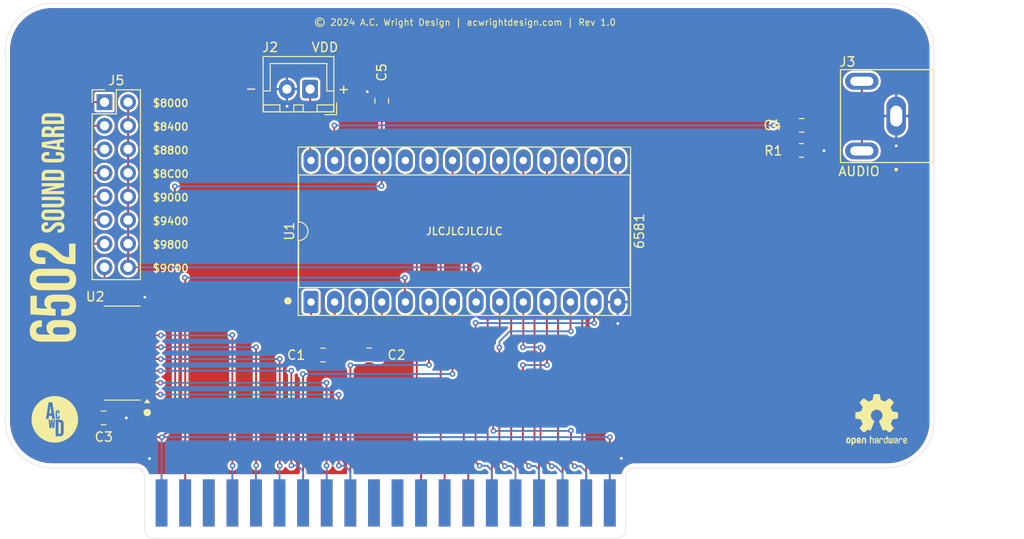
<source format=kicad_pcb>
(kicad_pcb (version 20241229) (generator "pcbnew") (generator_version "9.0")
  (title_block (title "6502 Sound Card") (date "2024-06-21") (rev "1.0") (company "A.C. Wright Design"))
  (layers (0 "F.Cu" signal) (2 "B.Cu" signal) (13 "F.Paste" user) (15 "B.Paste" user) (5 "F.SilkS" user "F.Silkscreen") (7 "B.SilkS" user "B.Silkscreen") (1 "F.Mask" user) (3 "B.Mask" user) (25 "Edge.Cuts" user))
  (net 0 "")
  (net 1 "GND")
  (net 2 "VCC")
  (net 3 "Net-(U1-CAP1B)")
  (net 4 "RWB")
  (net 5 "Net-(U1-CAP1A)")
  (net 6 "Net-(U1-CAP2A)")
  (net 7 "PHI2")
  (net 8 "RESB")
  (net 9 "Net-(U1-CAP2B)")
  (net 10 "A15")
  (net 11 "OUT")
  (net 13 "A12")
  (net 14 "D6")
  (net 15 "D3")
  (net 16 "D7")
  (net 17 "D5")
  (net 18 "A11")
  (net 20 "A4")
  (net 22 "A1")
  (net 24 "A14")
  (net 29 "A13")
  (net 30 "A10")
  (net 31 "A3")
  (net 32 "A2")
  (net 33 "D1")
  (net 34 "D2")
  (net 35 "CSB")
  (net 36 "/$8400")
  (net 37 "/$9800")
  (net 38 "/$9400")
  (net 39 "/$8C00")
  (net 40 "/$9000")
  (net 41 "/$8800")
  (net 42 "/$8000")
  (net 43 "/$9C00")
  (net 45 "D0")
  (net 49 "D4")
  (net 51 "A0")
  (net 53 "Net-(J2-Pin_1)")
  (net 57 "Net-(J3-In)")
  (footprint "Symbol:OSHW-Logo2_7.3x6mm_SilkScreen" (layer "F.Cu") (at 194.4 115.2)
    (property "Reference" "REF**" (hide yes))
    (property "Value" "OSHW-Logo2_7.3x6mm_SilkScreen" (hide yes))
  )
  (footprint "Connector_PinHeader_2.54mm:PinHeader_2x08_P2.54mm_Vertical" (layer "F.Cu") (at 111.25 81)
    (property "Reference" "J5" (at 1.27 -2.33 0) (layer "F.SilkS"))
    (property "Value" "Conn_02x08_Odd_Even" (hide yes))
    (pad "1" thru_hole rect (at 0 0) (size 1.7 1.7) (drill 1) (layers "*.Cu" "*.Mask") (net 42 "/$8000"))
    (pad "2" thru_hole oval (at 2.54 0) (size 1.7 1.7) (drill 1) (layers "*.Cu" "*.Mask") (net 35 "CSB"))
    (pad "3" thru_hole oval (at 0 2.54) (size 1.7 1.7) (drill 1) (layers "*.Cu" "*.Mask") (net 36 "/$8400"))
    (pad "4" thru_hole oval (at 2.54 2.54) (size 1.7 1.7) (drill 1) (layers "*.Cu" "*.Mask") (net 35 "CSB"))
    (pad "5" thru_hole oval (at 0 5.08) (size 1.7 1.7) (drill 1) (layers "*.Cu" "*.Mask") (net 41 "/$8800"))
    (pad "6" thru_hole oval (at 2.54 5.08) (size 1.7 1.7) (drill 1) (layers "*.Cu" "*.Mask") (net 35 "CSB"))
    (pad "7" thru_hole oval (at 0 7.62) (size 1.7 1.7) (drill 1) (layers "*.Cu" "*.Mask") (net 39 "/$8C00"))
    (pad "8" thru_hole oval (at 2.54 7.62) (size 1.7 1.7) (drill 1) (layers "*.Cu" "*.Mask") (net 35 "CSB"))
    (pad "9" thru_hole oval (at 0 10.16) (size 1.7 1.7) (drill 1) (layers "*.Cu" "*.Mask") (net 40 "/$9000"))
    (pad "10" thru_hole oval (at 2.54 10.16) (size 1.7 1.7) (drill 1) (layers "*.Cu" "*.Mask") (net 35 "CSB"))
    (pad "11" thru_hole oval (at 0 12.7) (size 1.7 1.7) (drill 1) (layers "*.Cu" "*.Mask") (net 38 "/$9400"))
    (pad "12" thru_hole oval (at 2.54 12.7) (size 1.7 1.7) (drill 1) (layers "*.Cu" "*.Mask") (net 35 "CSB"))
    (pad "13" thru_hole oval (at 0 15.24) (size 1.7 1.7) (drill 1) (layers "*.Cu" "*.Mask") (net 37 "/$9800"))
    (pad "14" thru_hole oval (at 2.54 15.24) (size 1.7 1.7) (drill 1) (layers "*.Cu" "*.Mask") (net 35 "CSB"))
    (pad "15" thru_hole oval (at 0 17.78) (size 1.7 1.7) (drill 1) (layers "*.Cu" "*.Mask") (net 43 "/$9C00"))
    (pad "16" thru_hole oval (at 2.54 17.78) (size 1.7 1.7) (drill 1) (layers "*.Cu" "*.Mask") (net 35 "CSB"))
  )
  (footprint "Capacitor_SMD:C_0805_2012Metric" (layer "F.Cu") (at 186.325 83.5)
    (property "Reference" "C4" (at -3.15 0 0) (layer "F.SilkS"))
    (property "Value" "1uF" (hide yes))
    (pad "1" smd roundrect (at -0.95 0) (size 1 1.45) (layers "F.Cu" "F.Mask" "F.Paste") (net 11 "OUT"))
    (pad "2" smd roundrect (at 0.95 0) (size 1 1.45) (layers "F.Cu" "F.Mask" "F.Paste") (net 57 "Net-(J3-In)"))
  )
  (footprint "Package_SO:SOIC-16_3.9x9.9mm_P1.27mm" (layer "F.Cu") (at 113.15 108.02 180)
    (property "Reference" "U2" (at 2.9 6.07 0) (layer "F.SilkS"))
    (property "Value" "74HC138" (hide yes))
    (pad "1" smd roundrect (at -2.475 -4.445 180) (size 1.95 0.6) (layers "F.Cu" "F.Mask" "F.Paste") (net 30 "A10"))
    (pad "2" smd roundrect (at -2.475 -3.175 180) (size 1.95 0.6) (layers "F.Cu" "F.Mask" "F.Paste") (net 18 "A11"))
    (pad "3" smd roundrect (at -2.475 -1.905 180) (size 1.95 0.6) (layers "F.Cu" "F.Mask" "F.Paste") (net 13 "A12"))
    (pad "4" smd roundrect (at -2.475 -0.635 180) (size 1.95 0.6) (layers "F.Cu" "F.Mask" "F.Paste") (net 29 "A13"))
    (pad "5" smd roundrect (at -2.475 0.635 180) (size 1.95 0.6) (layers "F.Cu" "F.Mask" "F.Paste") (net 24 "A14"))
    (pad "6" smd roundrect (at -2.475 1.905 180) (size 1.95 0.6) (layers "F.Cu" "F.Mask" "F.Paste") (net 10 "A15"))
    (pad "7" smd roundrect (at -2.475 3.175 180) (size 1.95 0.6) (layers "F.Cu" "F.Mask" "F.Paste") (net 43 "/$9C00"))
    (pad "8" smd roundrect (at -2.475 4.445 180) (size 1.95 0.6) (layers "F.Cu" "F.Mask" "F.Paste") (net 1 "GND"))
    (pad "9" smd roundrect (at 2.475 4.445 180) (size 1.95 0.6) (layers "F.Cu" "F.Mask" "F.Paste") (net 37 "/$9800"))
    (pad "10" smd roundrect (at 2.475 3.175 180) (size 1.95 0.6) (layers "F.Cu" "F.Mask" "F.Paste") (net 38 "/$9400"))
    (pad "11" smd roundrect (at 2.475 1.905 180) (size 1.95 0.6) (layers "F.Cu" "F.Mask" "F.Paste") (net 40 "/$9000"))
    (pad "12" smd roundrect (at 2.475 0.635 180) (size 1.95 0.6) (layers "F.Cu" "F.Mask" "F.Paste") (net 39 "/$8C00"))
    (pad "13" smd roundrect (at 2.475 -0.635 180) (size 1.95 0.6) (layers "F.Cu" "F.Mask" "F.Paste") (net 41 "/$8800"))
    (pad "14" smd roundrect (at 2.475 -1.905 180) (size 1.95 0.6) (layers "F.Cu" "F.Mask" "F.Paste") (net 36 "/$8400"))
    (pad "15" smd roundrect (at 2.475 -3.175 180) (size 1.95 0.6) (layers "F.Cu" "F.Mask" "F.Paste") (net 42 "/$8000"))
    (pad "16" smd roundrect (at 2.475 -4.445 180) (size 1.95 0.6) (layers "F.Cu" "F.Mask" "F.Paste") (net 2 "VCC"))
  )
  (footprint "6502 Parts:SWITCHCRAFT_PJRAN1X1U02X" (layer "F.Cu") (at 196.5 82.5 90)
    (property "Reference" "J3" (at 5.84 -5.25 0) (layer "F.SilkS"))
    (property "Value" "AUDIO" (at -5.95 -4 180) (layer "F.SilkS"))
    (pad "1" thru_hole oval (at 0 0 90) (size 4.2 2.1) (drill oval 2.25 1.3) (layers "*.Cu" "*.Mask") (net 1 "GND"))
    (pad "2" thru_hole oval (at -3.75 -3.7 90) (size 1.8 3.6) (drill oval 1 2.5) (layers "*.Cu" "*.Mask") (net 57 "Net-(J3-In)"))
    (pad "2" thru_hole oval (at 3.75 -3.7 90) (size 1.8 3.6) (drill oval 1 2.5) (layers "*.Cu" "*.Mask") (net 57 "Net-(J3-In)"))
  )
  (footprint "Resistor_SMD:R_0805_2012Metric" (layer "F.Cu") (at 186.2875 86.2)
    (property "Reference" "R1" (at -3.0125 0.03 0) (layer "F.SilkS"))
    (property "Value" "1k" (hide yes))
    (pad "1" smd roundrect (at -0.9125 0) (size 1.025 1.4) (layers "F.Cu" "F.Mask" "F.Paste") (roundrect_rratio 0.243902) (net 11 "OUT"))
    (pad "2" smd roundrect (at 0.9125 0) (size 1.025 1.4) (layers "F.Cu" "F.Mask" "F.Paste") (roundrect_rratio 0.243902) (net 1 "GND"))
  )
  (footprint "Capacitor_SMD:C_0805_2012Metric" (layer "F.Cu") (at 141.1 80.85 90)
    (property "Reference" "C5" (at 3.05 0 90) (layer "F.SilkS"))
    (property "Value" "100nF" (hide yes))
    (pad "1" smd roundrect (at -0.95 0 90) (size 1 1.45) (layers "F.Cu" "F.Mask" "F.Paste") (net 2 "VCC"))
    (pad "2" smd roundrect (at 0.95 0 90) (size 1 1.45) (layers "F.Cu" "F.Mask" "F.Paste") (net 1 "GND"))
  )
  (footprint "Capacitor_SMD:C_0805_2012Metric" (layer "F.Cu") (at 111.15 115)
    (property "Reference" "C3" (at 0.025 2.05 0) (layer "F.SilkS"))
    (property "Value" "100nF" (hide yes))
    (pad "1" smd roundrect (at -0.95 0) (size 1 1.45) (layers "F.Cu" "F.Mask" "F.Paste") (net 2 "VCC"))
    (pad "2" smd roundrect (at 0.95 0) (size 1 1.45) (layers "F.Cu" "F.Mask" "F.Paste") (net 1 "GND"))
  )
  (footprint "A.C. Wright Logo:A.C. Wright Logo 5mm" (layer "F.Cu") (at 105.9 115.15)
    (property "Reference" "G***" (hide yes))
    (property "Value" "LOGO" (hide yes))
  )
  (footprint "Capacitor_SMD:C_0805_2012Metric" (layer "F.Cu") (at 134.79 108.23 180)
    (property "Reference" "C1" (at 2.9 0 0) (layer "F.SilkS"))
    (property "Value" "2.2nF" (hide yes))
    (pad "1" smd roundrect (at -0.95 0 180) (size 1 1.45) (layers "F.Cu" "F.Mask" "F.Paste") (net 3 "Net-(U1-CAP1B)"))
    (pad "2" smd roundrect (at 0.95 0 180) (size 1 1.45) (layers "F.Cu" "F.Mask" "F.Paste") (net 5 "Net-(U1-CAP1A)"))
  )
  (footprint "Connector_JST:JST_XH_B2B-XH-A_1x02_P2.50mm_Vertical" (layer "F.Cu") (at 133.39 79.595 180)
    (property "Reference" "J2" (at 4.3 4.5 0) (layer "F.SilkS"))
    (property "Value" "VDD" (at -1.6 4.5 0) (layer "F.SilkS"))
    (pad "1" thru_hole roundrect (at 0 0 180) (size 1.7 2) (drill 1) (layers "*.Cu" "*.Mask") (roundrect_rratio 0.147059) (net 53 "Net-(J2-Pin_1)"))
    (pad "2" thru_hole oval (at 2.5 0 180) (size 1.7 2) (drill 1) (layers "*.Cu" "*.Mask") (net 1 "GND"))
  )
  (footprint "6502 Parts:6502 Card Edge" (layer "F.Cu") (at 117.4 126.7)
    (property "Reference" "J1" (hide yes))
    (property "Value" "6502 Card Edge" (hide yes))
    (pad "A0" smd rect (at 45.72 -2.54 90) (size 5.08 1.27) (layers "B.Cu" "B.Mask" "B.Paste") (net 51 "A0"))
    (pad "A1" smd rect (at 43.18 -2.54 90) (size 5.08 1.27) (layers "B.Cu" "B.Mask" "B.Paste") (net 22 "A1"))
    (pad "A2" smd rect (at 40.64 -2.54 90) (size 5.08 1.27) (layers "B.Cu" "B.Mask" "B.Paste") (net 32 "A2"))
    (pad "A3" smd rect (at 38.1 -2.54 90) (size 5.08 1.27) (layers "B.Cu" "B.Mask" "B.Paste") (net 31 "A3"))
    (pad "A4" smd rect (at 35.56 -2.54 90) (size 5.08 1.27) (layers "B.Cu" "B.Mask" "B.Paste") (net 20 "A4"))
    (pad "A5" smd rect (at 33.02 -2.54 90) (size 5.08 1.27) (layers "B.Cu" "B.Mask" "B.Paste"))
    (pad "A6" smd rect (at 30.48 -2.54 90) (size 5.08 1.27) (layers "B.Cu" "B.Mask" "B.Paste"))
    (pad "A7" smd rect (at 27.94 -2.54 90) (size 5.08 1.27) (layers "B.Cu" "B.Mask" "B.Paste"))
    (pad "A8" smd rect (at 25.4 -2.54 90) (size 5.08 1.27) (layers "B.Cu" "B.Mask" "B.Paste"))
    (pad "A9" smd rect (at 22.86 -2.54 90) (size 5.08 1.27) (layers "B.Cu" "B.Mask" "B.Paste"))
    (pad "A10" smd rect (at 20.32 -2.54 90) (size 5.08 1.27) (layers "B.Cu" "B.Mask" "B.Paste") (net 30 "A10"))
    (pad "A11" smd rect (at 17.78 -2.54 90) (size 5.08 1.27) (layers "B.Cu" "B.Mask" "B.Paste") (net 18 "A11"))
    (pad "A12" smd rect (at 15.24 -2.54 90) (size 5.08 1.27) (layers "B.Cu" "B.Mask" "B.Paste") (net 13 "A12"))
    (pad "A13" smd rect (at 12.7 -2.54 90) (size 5.08 1.27) (layers "B.Cu" "B.Mask" "B.Paste") (net 29 "A13"))
    (pad "A14" smd rect (at 10.16 -2.54 90) (size 5.08 1.27) (layers "B.Cu" "B.Mask" "B.Paste") (net 24 "A14"))
    (pad "A15" smd rect (at 7.62 -2.54 90) (size 5.08 1.27) (layers "B.Cu" "B.Mask" "B.Paste") (net 10 "A15"))
    (pad "BE" smd rect (at 12.7 -2.54 90) (size 5.08 1.27) (layers "F.Cu" "F.Mask" "F.Paste"))
    (pad "D0" smd rect (at 45.72 -2.54 90) (size 5.08 1.27) (layers "F.Cu" "F.Mask" "F.Paste") (net 45 "D0"))
    (pad "D1" smd rect (at 43.18 -2.54 90) (size 5.08 1.27) (layers "F.Cu" "F.Mask" "F.Paste") (net 33 "D1"))
    (pad "D2" smd rect (at 40.64 -2.54 90) (size 5.08 1.27) (layers "F.Cu" "F.Mask" "F.Paste") (net 34 "D2"))
    (pad "D3" smd rect (at 38.1 -2.54 90) (size 5.08 1.27) (layers "F.Cu" "F.Mask" "F.Paste") (net 15 "D3"))
    (pad "D4" smd rect (at 35.56 -2.54 90) (size 5.08 1.27) (layers "F.Cu" "F.Mask" "F.Paste") (net 49 "D4"))
    (pad "D5" smd rect (at 33.02 -2.54 90) (size 5.08 1.27) (layers "F.Cu" "F.Mask" "F.Paste") (net 17 "D5"))
    (pad "D6" smd rect (at 30.48 -2.54 90) (size 5.08 1.27) (layers "F.Cu" "F.Mask" "F.Paste") (net 14 "D6"))
    (pad "D7" smd rect (at 27.94 -2.54 90) (size 5.08 1.27) (layers "F.Cu" "F.Mask" "F.Paste") (net 16 "D7"))
    (pad "EXP0" smd rect (at 5.08 -2.54 90) (size 5.08 1.27) (layers "B.Cu" "B.Mask" "B.Paste"))
    (pad "EXP1" smd rect (at 2.54 -2.54 90) (size 5.08 1.27) (layers "B.Cu" "B.Mask" "B.Paste"))
    (pad "EXP2" smd rect (at 25.4 -2.54 90) (size 5.08 1.27) (layers "F.Cu" "F.Mask" "F.Paste"))
    (pad "EXP3" smd rect (at 22.86 -2.54 90) (size 5.08 1.27) (layers "F.Cu" "F.Mask" "F.Paste"))
    (pad "GND" smd rect (at 0 -2.54 90) (size 5.08 1.27) (layers "F.Cu" "F.Mask" "F.Paste") (net 1 "GND"))
    (pad "GND" smd rect (at 48.26 -2.54 90) (size 5.08 1.27) (layers "B.Cu" "B.Mask" "B.Paste") (net 1 "GND"))
    (pad "IRQB" smd rect (at 5.08 -2.54 90) (size 5.08 1.27) (layers "F.Cu" "F.Mask" "F.Paste"))
    (pad "NMIB" smd rect (at 7.62 -2.54 90) (size 5.08 1.27) (layers "F.Cu" "F.Mask" "F.Paste"))
    (pad "PHI2" smd rect (at 20.32 -2.54 90) (size 5.08 1.27) (layers "F.Cu" "F.Mask" "F.Paste") (net 7 "PHI2"))
    (pad "RDY" smd rect (at 10.16 -2.54 90) (size 5.08 1.27) (layers "F.Cu" "F.Mask" "F.Paste"))
    (pad "RESB" smd rect (at 2.54 -2.54 90) (size 5.08 1.27) (layers "F.Cu" "F.Mask" "F.Paste") (net 8 "RESB"))
    (pad "RWB" smd rect (at 15.24 -2.54 90) (size 5.08 1.27) (layers "F.Cu" "F.Mask" "F.Paste") (net 4 "RWB"))
    (pad "SYNC" smd rect (at 17.78 -2.54 90) (size 5.08 1.27) (layers "F.Cu" "F.Mask" "F.Paste"))
    (pad "VCC" smd rect (at 0 -2.54 90) (size 5.08 1.27) (layers "B.Cu" "B.Mask" "B.Paste") (net 2 "VCC"))
    (pad "VCC" smd rect (at 48.26 -2.54 90) (size 5.08 1.27) (layers "F.Cu" "F.Mask" "F.Paste") (net 2 "VCC"))
  )
  (footprint "Package_DIP:DIP-28_W15.24mm_Socket_LongPads" (layer "F.Cu") (at 133.49 102.52 90)
    (property "Reference" "U1" (at 7.62 -2.33 90) (layer "F.SilkS"))
    (property "Value" "6581" (at 7.62 35.35 90) (layer "F.SilkS"))
    (pad "1" thru_hole roundrect (at 0 0 90) (size 2.4 1.6) (drill 0.8) (layers "*.Cu" "*.Mask") (roundrect_rratio 0.15625) (net 5 "Net-(U1-CAP1A)"))
    (pad "2" thru_hole oval (at 0 2.54 90) (size 2.4 1.6) (drill 0.8) (layers "*.Cu" "*.Mask") (net 3 "Net-(U1-CAP1B)"))
    (pad "3" thru_hole oval (at 0 5.08 90) (size 2.4 1.6) (drill 0.8) (layers "*.Cu" "*.Mask") (net 6 "Net-(U1-CAP2A)"))
    (pad "4" thru_hole oval (at 0 7.62 90) (size 2.4 1.6) (drill 0.8) (layers "*.Cu" "*.Mask") (net 9 "Net-(U1-CAP2B)"))
    (pad "5" thru_hole oval (at 0 10.16 90) (size 2.4 1.6) (drill 0.8) (layers "*.Cu" "*.Mask") (net 8 "RESB"))
    (pad "6" thru_hole oval (at 0 12.7 90) (size 2.4 1.6) (drill 0.8) (layers "*.Cu" "*.Mask") (net 7 "PHI2"))
    (pad "7" thru_hole oval (at 0 15.24 90) (size 2.4 1.6) (drill 0.8) (layers "*.Cu" "*.Mask") (net 4 "RWB"))
    (pad "8" thru_hole oval (at 0 17.78 90) (size 2.4 1.6) (drill 0.8) (layers "*.Cu" "*.Mask") (net 35 "CSB"))
    (pad "9" thru_hole oval (at 0 20.32 90) (size 2.4 1.6) (drill 0.8) (layers "*.Cu" "*.Mask") (net 51 "A0"))
    (pad "10" thru_hole oval (at 0 22.86 90) (size 2.4 1.6) (drill 0.8) (layers "*.Cu" "*.Mask") (net 22 "A1"))
    (pad "11" thru_hole oval (at 0 25.4 90) (size 2.4 1.6) (drill 0.8) (layers "*.Cu" "*.Mask") (net 32 "A2"))
    (pad "12" thru_hole oval (at 0 27.94 90) (size 2.4 1.6) (drill 0.8) (layers "*.Cu" "*.Mask") (net 31 "A3"))
    (pad "13" thru_hole oval (at 0 30.48 90) (size 2.4 1.6) (drill 0.8) (layers "*.Cu" "*.Mask") (net 20 "A4"))
    (pad "14" thru_hole oval (at 0 33.02 90) (size 2.4 1.6) (drill 0.8) (layers "*.Cu" "*.Mask") (net 1 "GND"))
    (pad "15" thru_hole oval (at 15.24 33.02 90) (size 2.4 1.6) (drill 0.8) (layers "*.Cu" "*.Mask") (net 45 "D0"))
    (pad "16" thru_hole oval (at 15.24 30.48 90) (size 2.4 1.6) (drill 0.8) (layers "*.Cu" "*.Mask") (net 33 "D1"))
    (pad "17" thru_hole oval (at 15.24 27.94 90) (size 2.4 1.6) (drill 0.8) (layers "*.Cu" "*.Mask") (net 34 "D2"))
    (pad "18" thru_hole oval (at 15.24 25.4 90) (size 2.4 1.6) (drill 0.8) (layers "*.Cu" "*.Mask") (net 15 "D3"))
    (pad "19" thru_hole oval (at 15.24 22.86 90) (size 2.4 1.6) (drill 0.8) (layers "*.Cu" "*.Mask") (net 49 "D4"))
    (pad "20" thru_hole oval (at 15.24 20.32 90) (size 2.4 1.6) (drill 0.8) (layers "*.Cu" "*.Mask") (net 17 "D5"))
    (pad "21" thru_hole oval (at 15.24 17.78 90) (size 2.4 1.6) (drill 0.8) (layers "*.Cu" "*.Mask") (net 14 "D6"))
    (pad "22" thru_hole oval (at 15.24 15.24 90) (size 2.4 1.6) (drill 0.8) (layers "*.Cu" "*.Mask") (net 16 "D7"))
    (pad "23" thru_hole oval (at 15.24 12.7 90) (size 2.4 1.6) (drill 0.8) (layers "*.Cu" "*.Mask"))
    (pad "24" thru_hole oval (at 15.24 10.16 90) (size 2.4 1.6) (drill 0.8) (layers "*.Cu" "*.Mask"))
    (pad "25" thru_hole oval (at 15.24 7.62 90) (size 2.4 1.6) (drill 0.8) (layers "*.Cu" "*.Mask") (net 2 "VCC"))
    (pad "26" thru_hole oval (at 15.24 5.08 90) (size 2.4 1.6) (drill 0.8) (layers "*.Cu" "*.Mask"))
    (pad "27" thru_hole oval (at 15.24 2.54 90) (size 2.4 1.6) (drill 0.8) (layers "*.Cu" "*.Mask") (net 11 "OUT"))
    (pad "28" thru_hole oval (at 15.24 0 90) (size 2.4 1.6) (drill 0.8) (layers "*.Cu" "*.Mask") (net 53 "Net-(J2-Pin_1)"))
  )
  (footprint "Capacitor_SMD:C_0805_2012Metric" (layer "F.Cu") (at 139.75 108.22 180)
    (property "Reference" "C2" (at -2.95 0 0) (layer "F.SilkS"))
    (property "Value" "2.2nF" (hide yes))
    (pad "1" smd roundrect (at -0.95 0 180) (size 1 1.45) (layers "F.Cu" "F.Mask" "F.Paste") (net 9 "Net-(U1-CAP2B)"))
    (pad "2" smd roundrect (at 0.95 0 180) (size 1 1.45) (layers "F.Cu" "F.Mask" "F.Paste") (net 6 "Net-(U1-CAP2A)"))
  )
  (footprint "6502 Logos:6502 Sound Card Logo 5mm" (layer "F.Cu") (at 105.7 86.8 90)
    (property "Reference" "G***" (hide yes))
    (property "Value" "LOGO" (hide yes))
  )
  (gr_circle (center 115.85 114.425) (end 116.05 114.425) (stroke (width 0.4)) (fill no) (layer "F.SilkS"))
  (gr_circle (center 131 102.4) (end 131.2 102.4) (stroke (width 0.4)) (fill no) (layer "F.SilkS"))
  (gr_arc (start 167.3841 121.3746) (mid 167.676993 120.667493) (end 168.3841 120.3746) (stroke (width 0.05)) (layer "Edge.Cuts"))
  (gr_line (start 200.5841 115.3746) (end 200.5841 75.3746) (stroke (width 0.05)) (layer "Edge.Cuts"))
  (gr_arc (start 105.5841 120.3746) (mid 102.048566 118.910134) (end 100.5841 115.3746) (stroke (width 0.05)) (layer "Edge.Cuts"))
  (gr_line (start 105.5841 120.3746) (end 114.5841 120.3746) (stroke (width 0.05)) (layer "Edge.Cuts"))
  (gr_line (start 168.3841 120.3746) (end 195.5841 120.3746) (stroke (width 0.05)) (layer "Edge.Cuts"))
  (gr_line (start 195.5841 70.3746) (end 105.5841 70.3746) (stroke (width 0.05)) (layer "Edge.Cuts"))
  (gr_arc (start 114.5841 120.3746) (mid 115.291207 120.667493) (end 115.5841 121.3746) (stroke (width 0.05)) (layer "Edge.Cuts"))
  (gr_line (start 167.3841 126.9946) (end 167.3841 121.3746) (stroke (width 0.05)) (layer "Edge.Cuts"))
  (gr_arc (start 200.5841 115.3746) (mid 199.119634 118.910134) (end 195.5841 120.3746) (stroke (width 0.05)) (layer "Edge.Cuts"))
  (gr_arc (start 100.5841 75.3746) (mid 102.048566 71.839066) (end 105.5841 70.3746) (stroke (width 0.05)) (layer "Edge.Cuts"))
  (gr_line (start 116.5841 127.9946) (end 166.3841 127.9946) (stroke (width 0.05)) (layer "Edge.Cuts"))
  (gr_line (start 100.5841 75.3746) (end 100.5841 115.3746) (stroke (width 0.05)) (layer "Edge.Cuts"))
  (gr_arc (start 116.5841 127.9946) (mid 115.876993 127.701707) (end 115.5841 126.9946) (stroke (width 0.05)) (layer "Edge.Cuts"))
  (gr_arc (start 167.3841 126.9946) (mid 167.091207 127.701707) (end 166.3841 127.9946) (stroke (width 0.05)) (layer "Edge.Cuts"))
  (gr_arc (start 195.5841 70.3746) (mid 199.119634 71.839066) (end 200.5841 75.3746) (stroke (width 0.05)) (layer "Edge.Cuts"))
  (gr_line (start 115.5841 121.3746) (end 115.5841 126.9946) (stroke (width 0.05)) (layer "Edge.Cuts"))
  (gr_text "$9C00" (at 118.375 98.895 0) (layer "F.SilkS") (effects (font (size 0.8 0.8))))
  (gr_text "© 2024 A.C. Wright Design | acwrightdesign.com | Rev 1.0" (at 150.07 72.41 0) (layer "F.SilkS") (effects (font (size 0.7 0.7) (thickness 0.1))))
  (gr_text "$8C00" (at 118.375 88.735 0) (layer "F.SilkS") (effects (font (size 0.8 0.8))))
  (gr_text "$9800" (at 118.375 96.355 0) (layer "F.SilkS") (effects (font (size 0.8 0.8))))
  (gr_text "$9400" (at 118.375 93.815 0) (layer "F.SilkS") (effects (font (size 0.8 0.8))))
  (gr_text "JLCJLCJLCJLC" (at 150 94.9 0) (layer "F.SilkS") (effects (font (size 0.8 0.8))))
  (gr_text "+" (at 137.01 79.72 180) (layer "F.SilkS") (effects (font (size 1 1))))
  (gr_text "$8000" (at 118.375 81.115 0) (layer "F.SilkS") (effects (font (size 0.8 0.8))))
  (gr_text "$9000" (at 118.375 91.275 0) (layer "F.SilkS") (effects (font (size 0.8 0.8))))
  (gr_text "-" (at 127.04 79.67 180) (layer "F.SilkS") (effects (font (size 1 1))))
  (gr_text "$8400" (at 118.375 83.655 0) (layer "F.SilkS") (effects (font (size 0.8 0.8))))
  (gr_text "$8800" (at 118.375 86.195 0) (layer "F.SilkS") (effects (font (size 0.8 0.8))))
  (segment (start 117.4 124.16) (end 117.4 119.6) (width 0.2) (layer "F.Cu") (net 1))
  (via (at 130.91 81.44) (size 0.6) (drill 0.3) (layers "F.Cu" "B.Cu") (net 1))
  (via (at 188.73 86.23) (size 0.6) (drill 0.3) (layers "F.Cu" "B.Cu") (net 1))
  (via (at 139.55 79.87) (size 0.6) (drill 0.3) (layers "F.Cu" "B.Cu") (net 1))
  (via (at 166.91 119.36) (size 0.6) (drill 0.3) (layers "F.Cu" "B.Cu") (net 1))
  (via (at 116.1 119.38) (size 0.6) (drill 0.3) (layers "F.Cu" "B.Cu") (net 1))
  (via (at 196.5 85.7) (size 0.6) (drill 0.3) (layers "F.Cu" "B.Cu") (net 1))
  (via (at 113.6 115) (size 0.6) (drill 0.3) (layers "F.Cu" "B.Cu") (net 1))
  (via (at 115.6 102) (size 0.6) (drill 0.3) (layers "F.Cu" "B.Cu") (net 1))
  (via (at 166.52 104.83) (size 0.6) (drill 0.3) (layers "F.Cu" "B.Cu") (net 1))
  (segment (start 165.66 124.16) (end 165.66 119.03) (width 0.2) (layer "B.Cu") (net 1))
  (segment (start 165.66 117.09) (end 165.68 117.07) (width 0.2) (layer "F.Cu") (net 2))
  (segment (start 141.1 81.8) (end 141.1 87.27) (width 0.2) (layer "F.Cu") (net 2))
  (segment (start 110.9 117.075) (end 110.2 116.375) (width 0.2) (layer "F.Cu") (net 2))
  (segment (start 118.86 91.53) (end 118.86 115.64) (width 0.2) (layer "F.Cu") (net 2))
  (segment (start 118.83 91.5) (end 118.86 91.53) (width 0.2) (layer "F.Cu") (net 2))
  (segment (start 141.1 87.27) (end 141.11 87.28) (width 0.2) (layer "F.Cu") (net 2))
  (segment (start 141.11 90) (end 141.08 90.03) (width 0.2) (layer "F.Cu") (net 2))
  (segment (start 110.675 113.45) (end 110.675 112.465) (width 0.2) (layer "F.Cu") (net 2))
  (segment (start 141.11 87.28) (end 141.11 90) (width 0.2) (layer "F.Cu") (net 2))
  (segment (start 110.2 113.925) (end 110.675 113.45) (width 0.2) (layer "F.Cu") (net 2))
  (segment (start 118.83 90.07) (end 118.83 91.5) (width 0.2) (layer "F.Cu") (net 2))
  (segment (start 110.2 115) (end 110.2 113.925) (width 0.2) (layer "F.Cu") (net 2))
  (segment (start 118.86 115.64) (end 117.425 117.075) (width 0.2) (layer "F.Cu") (net 2))
  (segment (start 117.425 117.075) (end 110.9 117.075) (width 0.2) (layer "F.Cu") (net 2))
  (segment (start 165.66 124.16) (end 165.66 117.09) (width 0.2) (layer "F.Cu") (net 2))
  (segment (start 110.2 116.375) (end 110.2 115) (width 0.2) (layer "F.Cu") (net 2))
  (via (at 117.425 117.075) (size 0.6) (drill 0.3) (layers "F.Cu" "B.Cu") (net 2))
  (via (at 165.68 117.07) (size 0.6) (drill 0.3) (layers "F.Cu" "B.Cu") (net 2))
  (via (at 141.08 90.03) (size 0.6) (drill 0.3) (layers "F.Cu" "B.Cu") (net 2))
  (via (at 118.83 90.07) (size 0.6) (drill 0.3) (layers "F.Cu" "B.Cu") (net 2))
  (segment (start 117.4 124.16) (end 117.4 117.1) (width 0.2) (layer "B.Cu") (net 2))
  (segment (start 141.04 90.07) (end 141.08 90.03) (width 0.2) (layer "B.Cu") (net 2))
  (segment (start 117.43 117.07) (end 117.425 117.075) (width 0.2) (layer "B.Cu") (net 2))
  (segment (start 165.68 117.07) (end 117.43 117.07) (width 0.2) (layer "B.Cu") (net 2))
  (segment (start 118.83 90.07) (end 141.04 90.07) (width 0.2) (layer "B.Cu") (net 2))
  (segment (start 136.03 104.56) (end 136.03 102.52) (width 0.2) (layer "F.Cu") (net 3))
  (segment (start 135.74 106.91) (end 135.74 108.23) (width 0.2) (layer "F.Cu") (net 3))
  (segment (start 135.75 104.99) (end 136.02 104.72) (width 0.2) (layer "F.Cu") (net 3))
  (segment (start 135.75 106.9) (end 135.74 106.91) (width 0.2) (layer "F.Cu") (net 3))
  (segment (start 136.02 104.57) (end 136.03 104.56) (width 0.2) (layer "F.Cu") (net 3))
  (segment (start 136.02 104.72) (end 136.02 104.57) (width 0.2) (layer "F.Cu") (net 3))
  (segment (start 135.75 106.9) (end 135.75 104.99) (width 0.2) (layer "F.Cu") (net 3))
  (segment (start 148.72 109.73) (end 148.73 109.72) (width 0.2) (layer "F.Cu") (net 4))
  (segment (start 132.64 110.3) (end 132.61 110.27) (width 0.2) (layer "F.Cu") (net 4))
  (segment (start 148.73 109.72) (end 148.73 102.52) (width 0.2) (layer "F.Cu") (net 4))
  (segment (start 148.72 110.27) (end 148.72 109.73) (width 0.2) (layer "F.Cu") (net 4))
  (segment (start 132.64 124.16) (end 132.64 110.3) (width 0.2) (layer "F.Cu") (net 4))
  (via (at 132.61 110.27) (size 0.6) (drill 0.3) (layers "F.Cu" "B.Cu") (net 4))
  (via (at 148.72 110.27) (size 0.6) (drill 0.3) (layers "F.Cu" "B.Cu") (net 4))
  (segment (start 132.61 110.27) (end 148.72 110.27) (width 0.2) (layer "B.Cu") (net 4))
  (segment (start 133.85 106.9) (end 133.84 106.91) (width 0.2) (layer "F.Cu") (net 5))
  (segment (start 133.49 104.67) (end 133.85 105.03) (width 0.2) (layer "F.Cu") (net 5))
  (segment (start 133.84 106.91) (end 133.84 108.23) (width 0.2) (layer "F.Cu") (net 5))
  (segment (start 133.49 102.52) (end 133.49 104.67) (width 0.2) (layer "F.Cu") (net 5))
  (segment (start 133.85 105.03) (end 133.85 106.9) (width 0.2) (layer "F.Cu") (net 5))
  (segment (start 138.57 102.52) (end 138.57 104.49) (width 0.2) (layer "F.Cu") (net 6))
  (segment (start 138.57 104.49) (end 138.8 104.72) (width 0.2) (layer "F.Cu") (net 6))
  (segment (start 138.8 104.72) (end 138.8 108.22) (width 0.2) (layer "F.Cu") (net 6))
  (segment (start 137.72 109.34) (end 137.73 109.33) (width 0.2) (layer "F.Cu") (net 7))
  (segment (start 137.72 124.16) (end 137.72 109.34) (width 0.2) (layer "F.Cu") (net 7))
  (segment (start 146.19 109.3) (end 146.19 102.52) (width 0.2) (layer "F.Cu") (net 7))
  (via (at 146.19 109.3) (size 0.6) (drill 0.3) (layers "F.Cu" "B.Cu") (net 7))
  (via (at 137.73 109.33) (size 0.6) (drill 0.3) (layers "F.Cu" "B.Cu") (net 7))
  (segment (start 137.76 109.3) (end 146.19 109.3) (width 0.2) (layer "B.Cu") (net 7))
  (segment (start 137.73 109.33) (end 137.76 109.3) (width 0.2) (layer "B.Cu") (net 7))
  (segment (start 143.6 99.9) (end 143.6 102.47) (width 0.2) (layer "F.Cu") (net 8))
  (segment (start 119.94 99.94) (end 119.9 99.9) (width 0.2) (layer "F.Cu") (net 8))
  (segment (start 143.6 102.47) (end 143.65 102.52) (width 0.2) (layer "F.Cu") (net 8))
  (segment (start 119.94 124.16) (end 119.94 99.94) (width 0.2) (layer "F.Cu") (net 8))
  (via (at 143.6 99.9) (size 0.6) (drill 0.3) (layers "F.Cu" "B.Cu") (net 8))
  (via (at 119.9 99.9) (size 0.6) (drill 0.3) (layers "F.Cu" "B.Cu") (net 8))
  (segment (start 119.9 99.9) (end 143.6 99.9) (width 0.2) (layer "B.Cu") (net 8))
  (segment (start 140.7 104.72) (end 140.7 108.22) (width 0.2) (layer "F.Cu") (net 9))
  (segment (start 141.11 104.31) (end 140.7 104.72) (width 0.2) (layer "F.Cu") (net 9))
  (segment (start 141.11 102.52) (end 141.11 104.31) (width 0.2) (layer "F.Cu") (net 9))
  (segment (start 125.02 120.12) (end 125.04 120.14) (width 0.2) (layer "F.Cu") (net 10))
  (segment (start 117.325 106.115) (end 117.33 106.11) (width 0.2) (layer "F.Cu") (net 10))
  (segment (start 115.625 106.115) (end 117.325 106.115) (width 0.2) (layer "F.Cu") (net 10))
  (segment (start 125.02 106.07) (end 125.02 120.12) (width 0.2) (layer "F.Cu") (net 10))
  (via (at 125.02 106.07) (size 0.6) (drill 0.3) (layers "F.Cu" "B.Cu") (net 10))
  (via (at 125.04 120.14) (size 0.6) (drill 0.3) (layers "F.Cu" "B.Cu") (net 10))
  (via (at 117.33 106.11) (size 0.6) (drill 0.3) (layers "F.Cu" "B.Cu") (net 10))
  (segment (start 117.33 106.11) (end 124.98 106.11) (width 0.2) (layer "B.Cu") (net 10))
  (segment (start 124.98 106.11) (end 125.02 106.07) (width 0.2) (layer "B.Cu") (net 10))
  (segment (start 125.02 120.16) (end 125.02 124.16) (width 0.2) (layer "B.Cu") (net 10))
  (segment (start 125.04 120.14) (end 125.02 120.16) (width 0.2) (layer "B.Cu") (net 10))
  (segment (start 185.375 83.5) (end 183.3 83.5) (width 0.2) (layer "F.Cu") (net 11))
  (segment (start 136.03 84.13) (end 136.03 87.28) (width 0.2) (layer "F.Cu") (net 11))
  (segment (start 185.375 83.5) (end 185.375 86.2) (width 0.2) (layer "F.Cu") (net 11))
  (segment (start 136 84.1) (end 136.03 84.13) (width 0.2) (layer "F.Cu") (net 11))
  (segment (start 136 83.5) (end 136 84.1) (width 0.2) (layer "F.Cu") (net 11))
  (via (at 183.3 83.5) (size 0.6) (drill 0.3) (layers "F.Cu" "B.Cu") (net 11))
  (via (at 136 83.5) (size 0.6) (drill 0.3) (layers "F.Cu" "B.Cu") (net 11))
  (segment (start 183.3 83.5) (end 136 83.5) (width 0.2) (layer "B.Cu") (net 11))
  (segment (start 115.625 109.925) (end 117.285 109.925) (width 0.2) (layer "F.Cu") (net 13))
  (segment (start 117.285 109.925) (end 117.29 109.93) (width 0.2) (layer "F.Cu") (net 13))
  (segment (start 131.37 109.91) (end 131.37 120.12) (width 0.2) (layer "F.Cu") (net 13))
  (via (at 117.29 109.93) (size 0.6) (drill 0.3) (layers "F.Cu" "B.Cu") (net 13))
  (via (at 131.37 120.12) (size 0.6) (drill 0.3) (layers "F.Cu" "B.Cu") (net 13))
  (via (at 131.37 109.91) (size 0.6) (drill 0.3) (layers "F.Cu" "B.Cu") (net 13))
  (segment (start 117.29 109.93) (end 131.35 109.93) (width 0.2) (layer "B.Cu") (net 13))
  (segment (start 131.35 109.93) (end 131.37 109.91) (width 0.2) (layer "B.Cu") (net 13))
  (segment (start 131.37 120.12) (end 132.03 120.12) (width 0.2) (layer "B.Cu") (net 13))
  (segment (start 132.03 120.12) (end 132.64 120.73) (width 0.2) (layer "B.Cu") (net 13))
  (segment (start 132.64 120.73) (end 132.64 124.16) (width 0.2) (layer "B.Cu") (net 13))
  (segment (start 147.45 119.68) (end 147.88 120.11) (width 0.2) (layer "F.Cu") (net 14))
  (segment (start 151.27 87.28) (end 151.27 91.93) (width 0.2) (layer "F.Cu") (net 14))
  (segment (start 147.88 120.11) (end 147.88 124.16) (width 0.2) (layer "F.Cu") (net 14))
  (segment (start 147.45 95.75) (end 147.45 119.68) (width 0.2) (layer "F.Cu") (net 14))
  (segment (start 151.27 91.93) (end 147.45 95.75) (width 0.2) (layer "F.Cu") (net 14))
  (segment (start 155.5 119.78) (end 155.5 124.16) (width 0.2) (layer "F.Cu") (net 15))
  (segment (start 155.04 119.32) (end 155.5 119.78) (width 0.2) (layer "F.Cu") (net 15))
  (segment (start 158.89 90.74) (end 155.04 94.59) (width 0.2) (layer "F.Cu") (net 15))
  (segment (start 155.04 94.59) (end 155.04 119.32) (width 0.2) (layer "F.Cu") (net 15))
  (segment (start 158.89 87.28) (end 158.89 90.74) (width 0.2) (layer "F.Cu") (net 15))
  (segment (start 148.73 92.21) (end 144.88 96.06) (width 0.2) (layer "F.Cu") (net 16))
  (segment (start 148.73 87.28) (end 148.73 92.21) (width 0.2) (layer "F.Cu") (net 16))
  (segment (start 145.34 120.3) (end 145.34 124.16) (width 0.2) (layer "F.Cu") (net 16))
  (segment (start 144.88 119.84) (end 145.34 120.3) (width 0.2) (layer "F.Cu") (net 16))
  (segment (start 144.88 96.06) (end 144.88 119.84) (width 0.2) (layer "F.Cu") (net 16))
  (segment (start 153.81 87.28) (end 153.81 91.53) (width 0.2) (layer "F.Cu") (net 17))
  (segment (start 149.94 95.4) (end 149.94 119.64) (width 0.2) (layer "F.Cu") (net 17))
  (segment (start 150.42 120.12) (end 150.42 124.16) (width 0.2) (layer "F.Cu") (net 17))
  (segment (start 149.94 119.64) (end 150.42 120.12) (width 0.2) (layer "F.Cu") (net 17))
  (segment (start 153.81 91.53) (end 149.94 95.4) (width 0.2) (layer "F.Cu") (net 17))
  (segment (start 135.16 111.22) (end 135.16 120.14) (width 0.2) (layer "F.Cu") (net 18))
  (segment (start 115.625 111.195) (end 117.265 111.195) (width 0.2) (layer "F.Cu") (net 18))
  (segment (start 117.265 111.195) (end 117.29 111.22) (width 0.2) (layer "F.Cu") (net 18))
  (via (at 135.16 120.14) (size 0.6) (drill 0.3) (layers "F.Cu" "B.Cu") (net 18))
  (via (at 117.29 111.22) (size 0.6) (drill 0.3) (layers "F.Cu" "B.Cu") (net 18))
  (via (at 135.16 111.22) (size 0.6) (drill 0.3) (layers "F.Cu" "B.Cu") (net 18))
  (segment (start 117.29 111.22) (end 135.16 111.22) (width 0.2) (layer "B.Cu") (net 18))
  (segment (start 135.18 120.16) (end 135.18 124.16) (width 0.2) (layer "B.Cu") (net 18))
  (segment (start 135.16 120.14) (end 135.18 120.16) (width 0.2) (layer "B.Cu") (net 18))
  (segment (start 163.97 104.78) (end 163.98 104.79) (width 0.2) (layer "F.Cu") (net 20))
  (segment (start 163.97 102.52) (end 163.97 104.78) (width 0.2) (layer "F.Cu") (net 20))
  (segment (start 151.21 119.73) (end 151.63 120.15) (width 0.2) (layer "F.Cu") (net 20))
  (segment (start 151.21 104.76) (end 151.21 119.73) (width 0.2) (layer "F.Cu") (net 20))
  (via (at 163.98 104.79) (size 0.6) (drill 0.3) (layers "F.Cu" "B.Cu") (net 20))
  (via (at 151.63 120.15) (size 0.6) (drill 0.3) (layers "F.Cu" "B.Cu") (net 20))
  (via (at 151.21 104.76) (size 0.6) (drill 0.3) (layers "F.Cu" "B.Cu") (net 20))
  (segment (start 151.63 120.15) (end 152.46 120.15) (width 0.2) (layer "B.Cu") (net 20))
  (segment (start 163.98 104.79) (end 151.24 104.79) (width 0.2) (layer "B.Cu") (net 20))
  (segment (start 152.96 120.65) (end 152.96 124.16) (width 0.2) (layer "B.Cu") (net 20))
  (segment (start 151.24 104.79) (end 151.21 104.76) (width 0.2) (layer "B.Cu") (net 20))
  (segment (start 152.46 120.15) (end 152.96 120.65) (width 0.2) (layer "B.Cu") (net 20))
  (segment (start 158.2 118.99) (end 159.41 120.2) (width 0.2) (layer "F.Cu") (net 22))
  (segment (start 158.2 107.41) (end 158.2 118.99) (width 0.2) (layer "F.Cu") (net 22))
  (segment (start 156.35 102.52) (end 156.35 107.34) (width 0.2) (layer "F.Cu") (net 22))
  (segment (start 156.35 107.34) (end 156.3 107.39) (width 0.2) (layer "F.Cu") (net 22))
  (via (at 156.3 107.39) (size 0.6) (drill 0.3) (layers "F.Cu" "B.Cu") (net 22))
  (via (at 158.2 107.41) (size 0.6) (drill 0.3) (layers "F.Cu" "B.Cu") (net 22))
  (via (at 159.41 120.2) (size 0.6) (drill 0.3) (layers "F.Cu" "B.Cu") (net 22))
  (segment (start 159.41 120.2) (end 159.84 120.2) (width 0.2) (layer "B.Cu") (net 22))
  (segment (start 156.3 107.39) (end 158.18 107.39) (width 0.2) (layer "B.Cu") (net 22))
  (segment (start 160.58 120.94) (end 160.58 124.16) (width 0.2) (layer "B.Cu") (net 22))
  (segment (start 159.84 120.2) (end 160.58 120.94) (width 0.2) (layer "B.Cu") (net 22))
  (segment (start 158.18 107.39) (end 158.2 107.41) (width 0.2) (layer "B.Cu") (net 22))
  (segment (start 115.625 107.385) (end 117.325 107.385) (width 0.2) (layer "F.Cu") (net 24))
  (segment (start 127.57 120.1) (end 127.59 120.12) (width 0.2) (layer "F.Cu") (net 24))
  (segment (start 127.57 107.38) (end 127.57 120.1) (width 0.2) (layer "F.Cu") (net 24))
  (segment (start 117.325 107.385) (end 117.33 107.38) (width 0.2) (layer "F.Cu") (net 24))
  (via (at 127.59 120.12) (size 0.6) (drill 0.3) (layers "F.Cu" "B.Cu") (net 24))
  (via (at 127.57 107.38) (size 0.6) (drill 0.3) (layers "F.Cu" "B.Cu") (net 24))
  (via (at 117.33 107.38) (size 0.6) (drill 0.3) (layers "F.Cu" "B.Cu") (net 24))
  (segment (start 127.56 120.15) (end 127.56 124.16) (width 0.2) (layer "B.Cu") (net 24))
  (segment (start 117.33 107.38) (end 127.57 107.38) (width 0.2) (layer "B.Cu") (net 24))
  (segment (start 127.59 120.12) (end 127.56 120.15) (width 0.2) (layer "B.Cu") (net 24))
  (segment (start 117.305 108.655) (end 117.31 108.66) (width 0.2) (layer "F.Cu") (net 29))
  (segment (start 130.12 108.64) (end 130.12 120.14) (width 0.2) (layer "F.Cu") (net 29))
  (segment (start 115.625 108.655) (end 117.305 108.655) (width 0.2) (layer "F.Cu") (net 29))
  (via (at 117.31 108.66) (size 0.6) (drill 0.3) (layers "F.Cu" "B.Cu") (net 29))
  (via (at 130.12 108.64) (size 0.6) (drill 0.3) (layers "F.Cu" "B.Cu") (net 29))
  (via (at 130.12 120.14) (size 0.6) (drill 0.3) (layers "F.Cu" "B.Cu") (net 29))
  (segment (start 130.1 120.16) (end 130.1 124.16) (width 0.2) (layer "B.Cu") (net 29))
  (segment (start 117.31 108.66) (end 130.1 108.66) (width 0.2) (layer "B.Cu") (net 29))
  (segment (start 130.12 120.14) (end 130.1 120.16) (width 0.2) (layer "B.Cu") (net 29))
  (segment (start 130.1 108.66) (end 130.12 108.64) (width 0.2) (layer "B.Cu") (net 29))
  (segment (start 117.275 112.465) (end 117.29 112.48) (width 0.2) (layer "F.Cu") (net 30))
  (segment (start 115.625 112.465) (end 117.275 112.465) (width 0.2) (layer "F.Cu") (net 30))
  (segment (start 136.47 112.49) (end 136.47 120.12) (width 0.2) (layer "F.Cu") (net 30))
  (segment (start 136.47 120.12) (end 136.49 120.14) (width 0.2) (layer "F.Cu") (net 30))
  (via (at 136.47 112.49) (size 0.6) (drill 0.3) (layers "F.Cu" "B.Cu") (net 30))
  (via (at 117.29 112.48) (size 0.6) (drill 0.3) (layers "F.Cu" "B.Cu") (net 30))
  (via (at 136.49 120.14) (size 0.6) (drill 0.3) (layers "F.Cu" "B.Cu") (net 30))
  (segment (start 136.5 120.15) (end 137.12 120.15) (width 0.2) (layer "B.Cu") (net 30))
  (segment (start 137.12 120.15) (end 137.72 120.75) (width 0.2) (layer "B.Cu") (net 30))
  (segment (start 136.49 120.14) (end 136.5 120.15) (width 0.2) (layer "B.Cu") (net 30))
  (segment (start 137.72 120.75) (end 137.72 124.16) (width 0.2) (layer "B.Cu") (net 30))
  (segment (start 117.29 112.48) (end 136.46 112.48) (width 0.2) (layer "B.Cu") (net 30))
  (segment (start 136.46 112.48) (end 136.47 112.49) (width 0.2) (layer "B.Cu") (net 30))
  (segment (start 153.77 107.42) (end 153.77 119.58) (width 0.2) (layer "F.Cu") (net 31))
  (segment (start 161.43 105.62) (end 161.48 105.67) (width 0.2) (layer "F.Cu") (net 31))
  (segment (start 153.77 119.58) (end 154.37 120.18) (width 0.2) (layer "F.Cu") (net 31))
  (segment (start 161.43 102.52) (end 161.43 105.62) (width 0.2) (layer "F.Cu") (net 31))
  (via (at 154.37 120.18) (size 0.6) (drill 0.3) (layers "F.Cu" "B.Cu") (net 31))
  (via (at 153.77 107.42) (size 0.6) (drill 0.3) (layers "F.Cu" "B.Cu") (net 31))
  (via (at 161.48 105.67) (size 0.6) (drill 0.3) (layers "F.Cu" "B.Cu") (net 31))
  (segment (start 153.77 107.42) (end 153.77 106.79) (width 0.2) (layer "B.Cu") (net 31))
  (segment (start 154.97 120.18) (end 155.5 120.71) (width 0.2) (layer "B.Cu") (net 31))
  (segment (start 153.77 106.79) (end 154.89 105.67) (width 0.2) (layer "B.Cu") (net 31))
  (segment (start 155.5 120.71) (end 155.5 124.16) (width 0.2) (layer "B.Cu") (net 31))
  (segment (start 154.89 105.67) (end 161.48 105.67) (width 0.2) (layer "B.Cu") (net 31))
  (segment (start 154.37 120.18) (end 154.97 120.18) (width 0.2) (layer "B.Cu") (net 31))
  (segment (start 158.89 109.31) (end 158.89 102.52) (width 0.2) (layer "F.Cu") (net 32))
  (segment (start 156.3 119.52) (end 156.96 120.18) (width 0.2) (layer "F.Cu") (net 32))
  (segment (start 156.3 109.31) (end 156.3 119.52) (width 0.2) (layer "F.Cu") (net 32))
  (via (at 156.3 109.31) (size 0.6) (drill 0.3) (layers "F.Cu" "B.Cu") (net 32))
  (via (at 156.96 120.18) (size 0.6) (drill 0.3) (layers "F.Cu" "B.Cu") (net 32))
  (via (at 158.89 109.31) (size 0.6) (drill 0.3) (layers "F.Cu" "B.Cu") (net 32))
  (segment (start 156.96 120.18) (end 157.65 120.18) (width 0.2) (layer "B.Cu") (net 32))
  (segment (start 158.89 109.31) (end 156.3 109.31) (width 0.2) (layer "B.Cu") (net 32))
  (segment (start 157.65 120.18) (end 158.04 120.57) (width 0.2) (layer "B.Cu") (net 32))
  (segment (start 158.04 120.57) (end 158.04 124.16) (width 0.2) (layer "B.Cu") (net 32))
  (segment (start 163.97 87.28) (end 163.97 89.76) (width 0.2) (layer "F.Cu") (net 33))
  (segment (start 163.97 89.76) (end 160.08 93.65) (width 0.2) (layer "F.Cu") (net 33))
  (segment (start 160.08 119.15) (end 160.58 119.65) (width 0.2) (layer "F.Cu") (net 33))
  (segment (start 160.08 93.65) (end 160.08 119.15) (width 0.2) (layer "F.Cu") (net 33))
  (segment (start 160.58 119.65) (end 160.58 124.16) (width 0.2) (layer "F.Cu") (net 33))
  (segment (start 158.04 119.72) (end 158.04 124.16) (width 0.2) (layer "F.Cu") (net 34))
  (segment (start 161.43 90.35) (end 157.55 94.23) (width 0.2) (layer "F.Cu") (net 34))
  (segment (start 161.43 87.28) (end 161.43 90.35) (width 0.2) (layer "F.Cu") (net 34))
  (segment (start 157.55 94.23) (end 157.55 119.23) (width 0.2) (layer "F.Cu") (net 34))
  (segment (start 157.55 119.23) (end 158.04 119.72) (width 0.2) (layer "F.Cu") (net 34))
  (segment (start 113.79 81) (end 113.79 98.78) (width 0.2) (layer "F.Cu") (net 35))
  (segment (start 151.27 98.83) (end 151.27 102.52) (width 0.2) (layer "F.Cu") (net 35))
  (segment (start 151.3 98.8) (end 151.27 98.83) (width 0.2) (layer "F.Cu") (net 35))
  (via (at 151.3 98.8) (size 0.6) (drill 0.3) (layers "F.Cu" "B.Cu") (net 35))
  (segment (start 130.705 98.78) (end 151.28 98.78) (width 0.2) (layer "B.Cu") (net 35))
  (segment (start 151.28 98.78) (end 151.3 98.8) (width 0.2) (layer "B.Cu") (net 35))
  (segment (start 130.705 98.78) (end 113.79 98.78) (width 0.2) (layer "B.Cu") (net 35))
  (segment (start 108.975 109.925) (end 110.675 109.925) (width 0.2) (layer "F.Cu") (net 36))
  (segment (start 111.25 83.54) (end 108.235 83.54) (width 0.2) (layer "F.Cu") (net 36))
  (segment (start 107.177 108.127) (end 108.975 109.925) (width 0.2) (layer "F.Cu") (net 36))
  (segment (start 108.235 83.54) (end 107.177 84.598) (width 0.2) (layer "F.Cu") (net 36))
  (segment (start 107.177 84.598) (end 107.177 108.127) (width 0.2) (layer "F.Cu") (net 36))
  (segment (start 109.306 103.575) (end 110.675 103.575) (width 0.2) (layer "F.Cu") (net 37))
  (segment (start 108.831 96.925) (end 108.831 103.1) (width 0.2) (layer "F.Cu") (net 37))
  (segment (start 111.25 96.24) (end 109.516 96.24) (width 0.2) (layer "F.Cu") (net 37))
  (segment (start 108.831 103.1) (end 109.306 103.575) (width 0.2) (layer "F.Cu") (net 37))
  (segment (start 109.516 96.24) (end 108.831 96.925) (width 0.2) (layer "F.Cu") (net 37))
  (segment (start 108.504 104.35) (end 108.999 104.845) (width 0.2) (layer "F.Cu") (net 38))
  (segment (start 111.25 93.7) (end 109.25 93.7) (width 0.2) (layer "F.Cu") (net 38))
  (segment (start 108.504 94.446) (end 108.504 104.35) (width 0.2) (layer "F.Cu") (net 38))
  (segment (start 109.25 93.7) (end 108.504 94.446) (width 0.2) (layer "F.Cu") (net 38))
  (segment (start 108.999 104.845) (end 110.675 104.845) (width 0.2) (layer "F.Cu") (net 38))
  (segment (start 108.96 107.385) (end 110.675 107.385) (width 0.2) (layer "F.Cu") (net 39))
  (segment (start 107.85 89.3) (end 107.85 106.275) (width 0.2) (layer "F.Cu") (net 39))
  (segment (start 108.53 88.62) (end 107.85 89.3) (width 0.2) (layer "F.Cu") (net 39))
  (segment (start 107.85 106.275) (end 108.96 107.385) (width 0.2) (layer "F.Cu") (net 39))
  (segment (start 111.25 88.62) (end 108.53 88.62) (width 0.2) (layer "F.Cu") (net 39))
  (segment (start 108.177 91.923) (end 108.177 105.327) (width 0.2) (layer "F.Cu") (net 40))
  (segment (start 108.94 91.16) (end 108.177 91.923) (width 0.2) (layer "F.Cu") (net 40))
  (segment (start 111.25 91.16) (end 108.94 91.16) (width 0.2) (layer "F.Cu") (net 40))
  (segment (start 108.965 106.115) (end 110.675 106.115) (width 0.2) (layer "F.Cu") (net 40))
  (segment (start 108.177 105.327) (end 108.965 106.115) (width 0.2) (layer "F.Cu") (net 40))
  (segment (start 107.504 86.996) (end 107.504 107.204) (width 0.2) (layer "F.Cu") (net 41))
  (segment (start 107.504 107.204) (end 108.955 108.655) (width 0.2) (layer "F.Cu") (net 41))
  (segment (start 111.25 86.08) (end 108.42 86.08) (width 0.2) (layer "F.Cu") (net 41))
  (segment (start 108.42 86.08) (end 107.504 86.996) (width 0.2) (layer "F.Cu") (net 41))
  (segment (start 108.955 108.655) (end 110.675 108.655) (width 0.2) (layer "F.Cu") (net 41))
  (segment (start 106.85 109.1) (end 108.945 111.195) (width 0.2) (layer "F.Cu") (net 42))
  (segment (start 108.945 111.195) (end 110.675 111.195) (width 0.2) (layer "F.Cu") (net 42))
  (segment (start 106.85 82.325) (end 106.85 109.1) (width 0.2) (layer "F.Cu") (net 42))
  (segment (start 111.25 81) (end 108.175 81) (width 0.2) (layer "F.Cu") (net 42))
  (segment (start 108.175 81) (end 106.85 82.325) (width 0.2) (layer "F.Cu") (net 42))
  (segment (start 113.895 104.845) (end 115.625 104.845) (width 0.2) (layer "F.Cu") (net 43))
  (segment (start 111.25 102.2) (end 113.895 104.845) (width 0.2) (layer "F.Cu") (net 43))
  (segment (start 111.25 98.78) (end 111.25 102.2) (width 0.2) (layer "F.Cu") (net 43))
  (segment (start 162.69 92.9) (end 162.69 119.08) (width 0.2) (layer "F.Cu") (net 45))
  (segment (start 163.12 119.51) (end 163.12 124.16) (width 0.2) (layer "F.Cu") (net 45))
  (segment (start 162.69 119.08) (end 163.12 119.51) (width 0.2) (layer "F.Cu") (net 45))
  (segment (start 166.51 87.28) (end 166.51 89.08) (width 0.2) (layer "F.Cu") (net 45))
  (segment (start 166.51 89.08) (end 162.69 92.9) (width 0.2) (layer "F.Cu") (net 45))
  (segment (start 152.51 95.02) (end 152.51 119.48) (width 0.2) (layer "F.Cu") (net 49))
  (segment (start 152.96 119.93) (end 152.96 124.16) (width 0.2) (layer "F.Cu") (net 49))
  (segment (start 152.51 119.48) (end 152.96 119.93) (width 0.2) (layer "F.Cu") (net 49))
  (segment (start 156.35 87.28) (end 156.35 91.18) (width 0.2) (layer "F.Cu") (net 49))
  (segment (start 156.35 91.18) (end 152.51 95.02) (width 0.2) (layer "F.Cu") (net 49))
  (segment (start 153.81 105.6) (end 153.11 106.3) (width 0.2) (layer "F.Cu") (net 51))
  (segment (start 153.11 116.38) (end 153.13 116.4) (width 0.2) (layer "F.Cu") (net 51))
  (segment (start 161.48 119.81) (end 161.87 120.2) (width 0.2) (layer "F.Cu") (net 51))
  (segment (start 153.11 106.3) (end 153.11 116.38) (width 0.2) (layer "F.Cu") (net 51))
  (segment (start 153.81 102.52) (end 153.81 105.6) (width 0.2) (layer "F.Cu") (net 51))
  (segment (start 161.48 116.36) (end 161.48 119.81) (width 0.2) (layer "F.Cu") (net 51))
  (via (at 161.87 120.2) (size 0.6) (drill 0.3) (layers "F.Cu" "B.Cu") (net 51))
  (via (at 153.13 116.4) (size 0.6) (drill 0.3) (layers "F.Cu" "B.Cu") (net 51))
  (via (at 161.48 116.36) (size 0.6) (drill 0.3) (layers "F.Cu" "B.Cu") (net 51))
  (segment (start 161.44 116.4) (end 161.48 116.36) (width 0.2) (layer "B.Cu") (net 51))
  (segment (start 163.12 120.81) (end 163.12 124.16) (width 0.2) (layer "B.Cu") (net 51))
  (segment (start 161.87 120.2) (end 162.51 120.2) (width 0.2) (layer "B.Cu") (net 51))
  (segment (start 162.51 120.2) (end 163.12 120.81) (width 0.2) (layer "B.Cu") (net 51))
  (segment (start 153.13 116.4) (end 161.44 116.4) (width 0.2) (layer "B.Cu") (net 51))
  (segment (start 133.39 80.55) (end 133.4 80.56) (width 0.2) (layer "F.Cu") (net 53))
  (segment (start 133.4 80.56) (end 133.4 87.19) (width 0.2) (layer "F.Cu") (net 53))
  (segment (start 133.4 80.1) (end 133.4 80.56) (width 0.2) (layer "F.Cu") (net 53))
  (segment (start 133.39 79.595) (end 133.39 80.55) (width 0.2) (layer "F.Cu") (net 53))
  (segment (start 133.4 87.19) (end 133.49 87.28) (width 0.2) (layer "F.Cu") (net 53))
  (segment (start 193.25 86.7) (end 192.8 86.25) (width 0.2) (layer "F.Cu") (net 57))
  (segment (start 187.275 83.5) (end 192.7 83.5) (width 0.2) (layer "F.Cu") (net 57))
  (segment (start 192.75 86.3) (end 192.8 86.25) (width 0.2) (layer "F.Cu") (net 57))
  (segment (start 192.8 78.75) (end 192.8 83.4) (width 0.2) (layer "F.Cu") (net 57))
  (segment (start 192.8 83.4) (end 192.8 86.25) (width 0.2) (layer "F.Cu") (net 57))
  (segment (start 192.7 83.5) (end 192.8 83.4) (width 0.2) (layer "F.Cu") (net 57))
  (zone (net 1) (net_name "GND") (layer "F.Cu") (connect_pads (clearance 0.254)) (min_thickness 0.254) (fill yes (thermal_gap 0.254) (thermal_bridge_width 0.254))
    (polygon (pts (xy 200.838 121.054) (xy 100 121.054) (xy 100 70) (xy 200.838 70)))
  )
  (zone (net 1) (net_name "GND") (layer "B.Cu") (connect_pads (clearance 0.254)) (min_thickness 0.254) (fill yes (thermal_gap 0.254) (thermal_bridge_width 0.254))
    (polygon (pts (xy 200.838 121.054) (xy 100 121.054) (xy 100 70) (xy 200.838 70)))
  )
)
</source>
